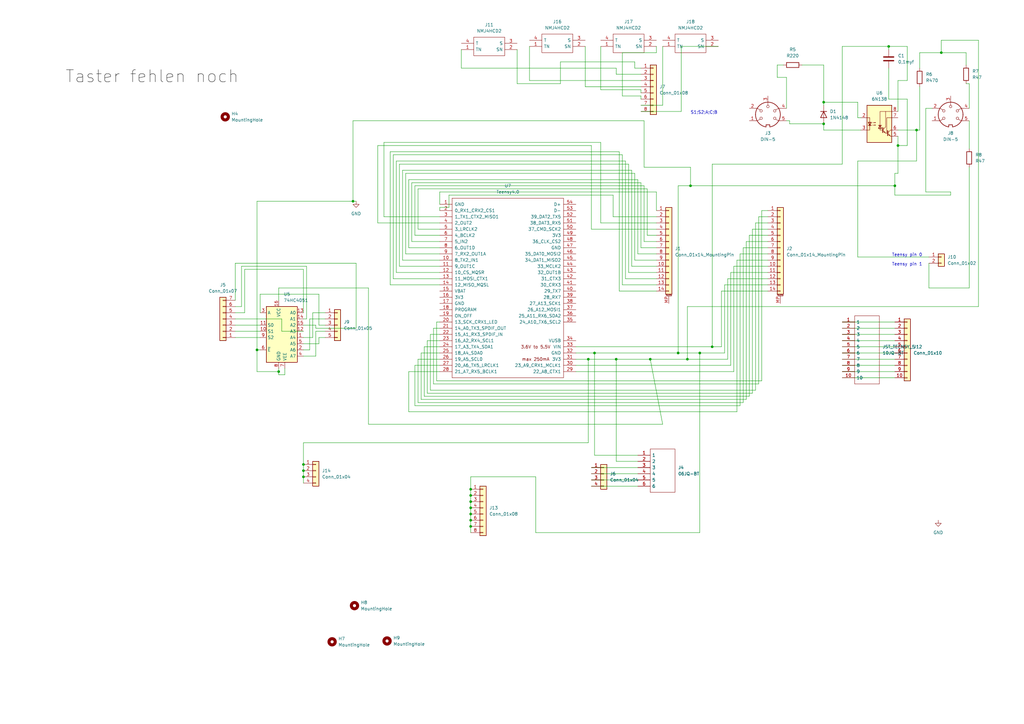
<source format=kicad_sch>
(kicad_sch (version 20211123) (generator eeschema)
  (paper "A3")
  (lib_symbols
    (symbol "06JQ-BT:06JQ-BT" (pin_names (offset 0.762))
      (property "Reference" "J" (at 16.51 7.62 0))
      (property "Value" "06JQ-BT" (at 16.51 5.08 0))
      (symbol "06JQ-BT_0_0"
        (pin passive line (at 0 0 0) (length 5.08) (name "1") (number "1"))
        (pin passive line (at 0 -2.54 0) (length 5.08) (name "2") (number "2"))
        (pin passive line (at 0 -5.08 0) (length 5.08) (name "3") (number "3"))
        (pin passive line (at 0 -7.62 0) (length 5.08) (name "4") (number "4"))
        (pin passive line (at 0 -10.16 0) (length 5.08) (name "5") (number "5"))
        (pin passive line (at 0 -12.7 0) (length 5.08) (name "6") (number "6"))
      )
    )
    (symbol "10JQ-BT:10JQ-BT" (pin_names (offset 0.762))
      (property "Reference" "J" (at 16.51 7.62 0))
      (property "Value" "10JQ-BT" (at 16.51 5.08 0))
      (symbol "10JQ-BT_0_0"
        (pin passive line (at 0 0 0) (length 5.08) (name "1") (number "1"))
        (pin passive line (at 0 -22.86 0) (length 5.08) (name "10") (number "10"))
        (pin passive line (at 0 -2.54 0) (length 5.08) (name "2") (number "2"))
        (pin passive line (at 0 -5.08 0) (length 5.08) (name "3") (number "3"))
        (pin passive line (at 0 -7.62 0) (length 5.08) (name "4") (number "4"))
        (pin passive line (at 0 -10.16 0) (length 5.08) (name "5") (number "5"))
        (pin passive line (at 0 -12.7 0) (length 5.08) (name "6") (number "6"))
        (pin passive line (at 0 -15.24 0) (length 5.08) (name "7") (number "7"))
        (pin passive line (at 0 -17.78 0) (length 5.08) (name "8") (number "8"))
        (pin passive line (at 0 -20.32 0) (length 5.08) (name "9") (number "9"))
      )
    )
    (symbol "74xx:74HC4051"
      (property "Reference" "U" (at -5.08 11.43 0))
      (property "Value" "74HC4051" (at -7.62 -13.97 0))
      (symbol "74HC4051_1_1"
        (pin passive line (at 10.16 -2.54 180) (length 2.54) (name "A4") (number "1"))
        (pin input line (at -7.62 0 0) (length 2.54) (name "S1") (number "10"))
        (pin input line (at -7.62 2.54 0) (length 2.54) (name "S0") (number "11"))
        (pin passive line (at 10.16 0 180) (length 2.54) (name "A3") (number "12"))
        (pin passive line (at 10.16 7.62 180) (length 2.54) (name "A0") (number "13"))
        (pin passive line (at 10.16 5.08 180) (length 2.54) (name "A1") (number "14"))
        (pin passive line (at 10.16 2.54 180) (length 2.54) (name "A2") (number "15"))
        (pin power_in line (at 0 12.7 270) (length 2.54) (name "VCC") (number "16"))
        (pin passive line (at 10.16 -7.62 180) (length 2.54) (name "A6") (number "2"))
        (pin passive line (at -7.62 7.62 0) (length 2.54) (name "A") (number "3"))
        (pin passive line (at 10.16 -10.16 180) (length 2.54) (name "A7") (number "4"))
        (pin passive line (at 10.16 -5.08 180) (length 2.54) (name "A5") (number "5"))
        (pin input line (at -7.62 -7.62 0) (length 2.54) (name "~{E}") (number "6"))
        (pin power_in line (at 2.54 -15.24 90) (length 2.54) (name "VEE") (number "7"))
        (pin power_in line (at 0 -15.24 90) (length 2.54) (name "GND") (number "8"))
        (pin input line (at -7.62 -2.54 0) (length 2.54) (name "S2") (number "9"))
      )
    )
    (symbol "Connector:DIN-5" (pin_names (offset 1.016))
      (property "Reference" "J" (at 3.175 5.715 0))
      (property "Value" "DIN-5" (at 0 -6.35 0))
      (symbol "DIN-5_1_1"
        (pin passive line (at -7.62 -2.54 0) (length 2.54) (name "~") (number "1"))
        (pin passive line (at -7.62 2.54 0) (length 2.54) (name "~") (number "2"))
        (pin passive line (at 0 7.62 270) (length 2.54) (name "~") (number "3"))
        (pin passive line (at 7.62 2.54 180) (length 2.54) (name "~") (number "4"))
        (pin passive line (at 7.62 -2.54 180) (length 2.54) (name "~") (number "5"))
      )
    )
    (symbol "Connector_Generic:Conn_01x02" (pin_names (offset 1.016) hide)
      (property "Reference" "J" (at 0 2.54 0))
      (property "Value" "Conn_01x02" (at 0 -5.08 0))
      (symbol "Conn_01x02_1_1"
        (pin passive line (at -5.08 0 0) (length 3.81) (name "Pin_1") (number "1"))
        (pin passive line (at -5.08 -2.54 0) (length 3.81) (name "Pin_2") (number "2"))
      )
    )
    (symbol "Connector_Generic:Conn_01x04" (pin_names (offset 1.016) hide)
      (property "Reference" "J" (at 0 5.08 0))
      (property "Value" "Conn_01x04" (at 0 -7.62 0))
      (symbol "Conn_01x04_1_1"
        (pin passive line (at -5.08 2.54 0) (length 3.81) (name "Pin_1") (number "1"))
        (pin passive line (at -5.08 0 0) (length 3.81) (name "Pin_2") (number "2"))
        (pin passive line (at -5.08 -2.54 0) (length 3.81) (name "Pin_3") (number "3"))
        (pin passive line (at -5.08 -5.08 0) (length 3.81) (name "Pin_4") (number "4"))
      )
    )
    (symbol "Connector_Generic:Conn_01x05" (pin_names (offset 1.016) hide)
      (property "Reference" "J" (at 0 7.62 0))
      (property "Value" "Conn_01x05" (at 0 -7.62 0))
      (symbol "Conn_01x05_1_1"
        (pin passive line (at -5.08 5.08 0) (length 3.81) (name "Pin_1") (number "1"))
        (pin passive line (at -5.08 2.54 0) (length 3.81) (name "Pin_2") (number "2"))
        (pin passive line (at -5.08 0 0) (length 3.81) (name "Pin_3") (number "3"))
        (pin passive line (at -5.08 -2.54 0) (length 3.81) (name "Pin_4") (number "4"))
        (pin passive line (at -5.08 -5.08 0) (length 3.81) (name "Pin_5") (number "5"))
      )
    )
    (symbol "Connector_Generic:Conn_01x07" (pin_names (offset 1.016) hide)
      (property "Reference" "J" (at 0 10.16 0))
      (property "Value" "Conn_01x07" (at 0 -10.16 0))
      (symbol "Conn_01x07_1_1"
        (pin passive line (at -5.08 7.62 0) (length 3.81) (name "Pin_1") (number "1"))
        (pin passive line (at -5.08 5.08 0) (length 3.81) (name "Pin_2") (number "2"))
        (pin passive line (at -5.08 2.54 0) (length 3.81) (name "Pin_3") (number "3"))
        (pin passive line (at -5.08 0 0) (length 3.81) (name "Pin_4") (number "4"))
        (pin passive line (at -5.08 -2.54 0) (length 3.81) (name "Pin_5") (number "5"))
        (pin passive line (at -5.08 -5.08 0) (length 3.81) (name "Pin_6") (number "6"))
        (pin passive line (at -5.08 -7.62 0) (length 3.81) (name "Pin_7") (number "7"))
      )
    )
    (symbol "Connector_Generic:Conn_01x08" (pin_names (offset 1.016) hide)
      (property "Reference" "J" (at 0 10.16 0))
      (property "Value" "Conn_01x08" (at 0 -12.7 0))
      (symbol "Conn_01x08_1_1"
        (pin passive line (at -5.08 7.62 0) (length 3.81) (name "Pin_1") (number "1"))
        (pin passive line (at -5.08 5.08 0) (length 3.81) (name "Pin_2") (number "2"))
        (pin passive line (at -5.08 2.54 0) (length 3.81) (name "Pin_3") (number "3"))
        (pin passive line (at -5.08 0 0) (length 3.81) (name "Pin_4") (number "4"))
        (pin passive line (at -5.08 -2.54 0) (length 3.81) (name "Pin_5") (number "5"))
        (pin passive line (at -5.08 -5.08 0) (length 3.81) (name "Pin_6") (number "6"))
        (pin passive line (at -5.08 -7.62 0) (length 3.81) (name "Pin_7") (number "7"))
        (pin passive line (at -5.08 -10.16 0) (length 3.81) (name "Pin_8") (number "8"))
      )
    )
    (symbol "Connector_Generic:Conn_01x10" (pin_names (offset 1.016) hide)
      (property "Reference" "J" (at 0 12.7 0))
      (property "Value" "Conn_01x10" (at 0 -15.24 0))
      (symbol "Conn_01x10_1_1"
        (pin passive line (at -5.08 10.16 0) (length 3.81) (name "Pin_1") (number "1"))
        (pin passive line (at -5.08 -12.7 0) (length 3.81) (name "Pin_10") (number "10"))
        (pin passive line (at -5.08 7.62 0) (length 3.81) (name "Pin_2") (number "2"))
        (pin passive line (at -5.08 5.08 0) (length 3.81) (name "Pin_3") (number "3"))
        (pin passive line (at -5.08 2.54 0) (length 3.81) (name "Pin_4") (number "4"))
        (pin passive line (at -5.08 0 0) (length 3.81) (name "Pin_5") (number "5"))
        (pin passive line (at -5.08 -2.54 0) (length 3.81) (name "Pin_6") (number "6"))
        (pin passive line (at -5.08 -5.08 0) (length 3.81) (name "Pin_7") (number "7"))
        (pin passive line (at -5.08 -7.62 0) (length 3.81) (name "Pin_8") (number "8"))
        (pin passive line (at -5.08 -10.16 0) (length 3.81) (name "Pin_9") (number "9"))
      )
    )
    (symbol "Connector_Generic_MountingPin:Conn_01x14_MountingPin" (pin_names (offset 1.016) hide)
      (property "Reference" "J" (at 0 17.78 0))
      (property "Value" "Conn_01x14_MountingPin" (at 1.27 -20.32 0))
      (symbol "Conn_01x14_MountingPin_1_1"
        (text "Mounting" (at 0 -19.431 0) (effects (font (size 0.381 0.381))))
        (pin passive line (at -5.08 15.24 0) (length 3.81) (name "Pin_1") (number "1"))
        (pin passive line (at -5.08 -7.62 0) (length 3.81) (name "Pin_10") (number "10"))
        (pin passive line (at -5.08 -10.16 0) (length 3.81) (name "Pin_11") (number "11"))
        (pin passive line (at -5.08 -12.7 0) (length 3.81) (name "Pin_12") (number "12"))
        (pin passive line (at -5.08 -15.24 0) (length 3.81) (name "Pin_13") (number "13"))
        (pin passive line (at -5.08 -17.78 0) (length 3.81) (name "Pin_14") (number "14"))
        (pin passive line (at -5.08 12.7 0) (length 3.81) (name "Pin_2") (number "2"))
        (pin passive line (at -5.08 10.16 0) (length 3.81) (name "Pin_3") (number "3"))
        (pin passive line (at -5.08 7.62 0) (length 3.81) (name "Pin_4") (number "4"))
        (pin passive line (at -5.08 5.08 0) (length 3.81) (name "Pin_5") (number "5"))
        (pin passive line (at -5.08 2.54 0) (length 3.81) (name "Pin_6") (number "6"))
        (pin passive line (at -5.08 0 0) (length 3.81) (name "Pin_7") (number "7"))
        (pin passive line (at -5.08 -2.54 0) (length 3.81) (name "Pin_8") (number "8"))
        (pin passive line (at -5.08 -5.08 0) (length 3.81) (name "Pin_9") (number "9"))
        (pin passive line (at 0 -22.86 90) (length 3.048) (name "MountPin") (number "MP"))
      )
    )
    (symbol "Device:C" (pin_numbers hide) (pin_names (offset 0.254))
      (property "Reference" "C" (at 0.635 2.54 0))
      (property "Value" "C" (at 0.635 -2.54 0))
      (symbol "C_1_1"
        (pin passive line (at 0 3.81 270) (length 2.794) (name "~") (number "1"))
        (pin passive line (at 0 -3.81 90) (length 2.794) (name "~") (number "2"))
      )
    )
    (symbol "Device:R" (pin_numbers hide) (pin_names (offset 0))
      (property "Reference" "R" (at 2.032 0 90))
      (property "Value" "R" (at 0 0 90))
      (symbol "R_1_1"
        (pin passive line (at 0 3.81 270) (length 1.27) (name "~") (number "1"))
        (pin passive line (at 0 -3.81 90) (length 1.27) (name "~") (number "2"))
      )
    )
    (symbol "Diode:1N4148" (pin_numbers hide) (pin_names (offset 1.016) hide)
      (property "Reference" "D" (at 0 2.54 0))
      (property "Value" "1N4148" (at 0 -2.54 0))
      (symbol "1N4148_1_1"
        (pin passive line (at -3.81 0 0) (length 2.54) (name "K") (number "1"))
        (pin passive line (at 3.81 0 180) (length 2.54) (name "A") (number "2"))
      )
    )
    (symbol "Isolator:6N138" (pin_names (offset 1.016) hide)
      (property "Reference" "U" (at -4.064 8.89 0))
      (property "Value" "6N138" (at 2.286 8.89 0))
      (symbol "6N138_1_1"
        (pin no_connect line (at -5.08 5.08 0) (length 2.54) hide (name "NC") (number "1"))
        (pin passive line (at -7.62 2.54 0) (length 2.54) (name "C1") (number "2"))
        (pin passive line (at -7.62 -2.54 0) (length 2.54) (name "C2") (number "3"))
        (pin no_connect line (at -5.08 -5.08 0) (length 2.54) hide (name "NC") (number "4"))
        (pin passive line (at 7.62 -5.08 180) (length 2.54) (name "GND") (number "5"))
        (pin passive line (at 7.62 -2.54 180) (length 2.54) (name "VO2") (number "6"))
        (pin passive line (at 7.62 2.54 180) (length 2.54) (name "VO1") (number "7"))
        (pin passive line (at 7.62 5.08 180) (length 2.54) (name "VCC") (number "8"))
      )
    )
    (symbol "Mechanical:MountingHole" (pin_names (offset 1.016))
      (property "Reference" "H" (at 0 5.08 0))
      (property "Value" "MountingHole" (at 0 3.175 0))
    )
    (symbol "SamacSys_Parts:NMJ4HCD2" (pin_names (offset 0.762))
      (property "Reference" "J" (at 19.05 7.62 0))
      (property "Value" "NMJ4HCD2" (at 19.05 5.08 0))
      (symbol "NMJ4HCD2_0_0"
        (pin passive line (at 0 -2.54 0) (length 5.08) (name "TN") (number "1"))
        (pin passive line (at 22.86 -2.54 180) (length 5.08) (name "SN") (number "2"))
        (pin passive line (at 22.86 0 180) (length 5.08) (name "S") (number "3"))
        (pin passive line (at 0 0 0) (length 5.08) (name "T") (number "4"))
      )
    )
    (symbol "power:GND" (power) (pin_names (offset 0))
      (property "Value" "GND" (at 0 -3.81 0))
      (symbol "GND_1_1"
        (pin power_in line (at 0 0 270) (length 0) hide (name "GND") (number "1"))
      )
    )
    (symbol "teensy:Teensy4.0" (pin_names (offset 1.016))
      (property "Reference" "U=3.3v" (at 0 41.91 0))
      (property "Value" "Teensy4.0" (at 0 39.37 0))
      (symbol "Teensy4.0_0_0"
        (text "3.6V to 5.5V" (at 11.43 -24.13 0) (effects (font (size 1.27 1.27))))
        (text "max 250mA" (at 11.43 -29.21 0) (effects (font (size 1.27 1.27))))
        (pin bidirectional line (at -27.94 11.43 0) (length 5.08) (name "8_TX2_IN1") (number "10"))
        (pin bidirectional line (at -27.94 8.89 0) (length 5.08) (name "9_OUT1C") (number "11"))
        (pin bidirectional line (at -27.94 6.35 0) (length 5.08) (name "10_CS_MQSR") (number "12"))
        (pin bidirectional line (at -27.94 3.81 0) (length 5.08) (name "11_MOSI_CTX1") (number "13"))
        (pin bidirectional line (at -27.94 1.27 0) (length 5.08) (name "12_MISO_MQSL") (number "14"))
        (pin power_in line (at -27.94 -1.27 0) (length 5.08) (name "VBAT") (number "15"))
        (pin power_in line (at -27.94 -3.81 0) (length 5.08) (name "3V3") (number "16"))
        (pin power_in line (at -27.94 -6.35 0) (length 5.08) (name "GND") (number "17"))
        (pin input line (at -27.94 -8.89 0) (length 5.08) (name "PROGRAM") (number "18"))
        (pin input line (at -27.94 -11.43 0) (length 5.08) (name "ON_OFF") (number "19"))
        (pin bidirectional line (at -27.94 -13.97 0) (length 5.08) (name "13_SCK_CRX1_LED") (number "20"))
        (pin bidirectional line (at -27.94 -16.51 0) (length 5.08) (name "14_A0_TX3_SPDIF_OUT") (number "21"))
        (pin bidirectional line (at -27.94 -19.05 0) (length 5.08) (name "15_A1_RX3_SPDIF_IN") (number "22"))
        (pin bidirectional line (at -27.94 -21.59 0) (length 5.08) (name "16_A2_RX4_SCL1") (number "23"))
        (pin bidirectional line (at -27.94 -24.13 0) (length 5.08) (name "17_A3_TX4_SDA1") (number "24"))
        (pin bidirectional line (at -27.94 -26.67 0) (length 5.08) (name "18_A4_SDA0") (number "25"))
        (pin bidirectional line (at -27.94 -29.21 0) (length 5.08) (name "19_A5_SCL0") (number "26"))
        (pin bidirectional line (at -27.94 -31.75 0) (length 5.08) (name "20_A6_TX5_LRCLK1") (number "27"))
        (pin bidirectional line (at -27.94 -34.29 0) (length 5.08) (name "21_A7_RX5_BCLK1") (number "28"))
        (pin bidirectional line (at 27.94 -34.29 180) (length 5.08) (name "22_A8_CTX1") (number "29"))
        (pin bidirectional line (at 27.94 -31.75 180) (length 5.08) (name "23_A9_CRX1_MCLK1") (number "30"))
        (pin power_out line (at 27.94 -29.21 180) (length 5.08) (name "3V3") (number "31"))
        (pin power_in line (at 27.94 -26.67 180) (length 5.08) (name "GND") (number "32"))
        (pin power_in line (at 27.94 -24.13 180) (length 5.08) (name "VIN") (number "33"))
        (pin power_out line (at 27.94 -21.59 180) (length 5.08) (name "VUSB") (number "34"))
        (pin bidirectional line (at 27.94 -13.97 180) (length 5.08) (name "24_A10_TX6_SCL2") (number "35"))
        (pin bidirectional line (at 27.94 -11.43 180) (length 5.08) (name "25_A11_RX6_SDA2") (number "36"))
        (pin bidirectional line (at 27.94 -8.89 180) (length 5.08) (name "26_A12_MOSI1") (number "37"))
        (pin bidirectional line (at 27.94 -6.35 180) (length 5.08) (name "27_A13_SCK1") (number "38"))
        (pin bidirectional line (at 27.94 -3.81 180) (length 5.08) (name "28_RX7") (number "39"))
        (pin bidirectional line (at 27.94 -1.27 180) (length 5.08) (name "29_TX7") (number "40"))
        (pin bidirectional line (at 27.94 1.27 180) (length 5.08) (name "30_CRX3") (number "41"))
        (pin bidirectional line (at 27.94 3.81 180) (length 5.08) (name "31_CTX3") (number "42"))
        (pin bidirectional line (at 27.94 6.35 180) (length 5.08) (name "32_OUT1B") (number "43"))
        (pin bidirectional line (at 27.94 8.89 180) (length 5.08) (name "33_MCLK2") (number "44"))
        (pin bidirectional line (at 27.94 11.43 180) (length 5.08) (name "34_DAT1_MISO2") (number "45"))
        (pin bidirectional line (at 27.94 13.97 180) (length 5.08) (name "35_DAT0_MOSI2") (number "46"))
        (pin power_out line (at 27.94 16.51 180) (length 5.08) (name "GND") (number "47"))
        (pin bidirectional line (at 27.94 19.05 180) (length 5.08) (name "36_CLK_CS2") (number "48"))
        (pin power_out line (at 27.94 21.59 180) (length 5.08) (name "3V3") (number "49"))
        (pin bidirectional line (at -27.94 24.13 0) (length 5.08) (name "3_LRCLK2") (number "5"))
        (pin bidirectional line (at 27.94 24.13 180) (length 5.08) (name "37_CMD_SCK2") (number "50"))
        (pin bidirectional line (at 27.94 26.67 180) (length 5.08) (name "38_DAT3_RX5") (number "51"))
        (pin bidirectional line (at 27.94 29.21 180) (length 5.08) (name "39_DAT2_TX5") (number "52"))
        (pin bidirectional line (at 27.94 31.75 180) (length 5.08) (name "D-") (number "53"))
        (pin bidirectional line (at 27.94 34.29 180) (length 5.08) (name "D+") (number "54"))
        (pin bidirectional line (at -27.94 21.59 0) (length 5.08) (name "4_BCLK2") (number "6"))
        (pin bidirectional line (at -27.94 19.05 0) (length 5.08) (name "5_IN2") (number "7"))
        (pin bidirectional line (at -27.94 16.51 0) (length 5.08) (name "6_OUT1D") (number "8"))
        (pin bidirectional line (at -27.94 13.97 0) (length 5.08) (name "7_RX2_OUT1A") (number "9"))
      )
      (symbol "Teensy4.0_1_1"
        (pin power_in line (at -27.94 34.29 0) (length 5.08) (name "GND") (number "1"))
        (pin bidirectional line (at -27.94 31.75 0) (length 5.08) (name "0_RX1_CRX2_CS1") (number "2"))
        (pin bidirectional line (at -27.94 29.21 0) (length 5.08) (name "1_TX1_CTX2_MISO1") (number "3"))
        (pin bidirectional line (at -27.94 26.67 0) (length 5.08) (name "2_OUT2") (number "4"))
      )
    )
  )
  (junction (at 287.02 144.78))
  (junction (at 281.94 147.32))
  (junction (at 337.82 50.8))
  (junction (at 367.03 76.2))
  (junction (at 124.46 193.04))
  (junction (at 193.04 203.2))
  (junction (at 105.41 143.51))
  (junction (at 252.73 147.32))
  (junction (at 266.7 147.32))
  (junction (at 124.46 190.5))
  (junction (at 364.49 19.05))
  (junction (at 337.82 41.91))
  (junction (at 114.3 152.4))
  (junction (at 193.04 208.28))
  (junction (at 278.13 144.78))
  (junction (at 144.78 82.55))
  (junction (at 241.3 147.32))
  (junction (at 368.3 59.69))
  (junction (at 193.04 200.66))
  (junction (at 283.21 76.2))
  (junction (at 193.04 213.36))
  (junction (at 292.1 142.24))
  (junction (at 193.04 210.82))
  (junction (at 243.84 144.78))
  (junction (at 193.04 205.74))
  (junction (at 375.92 53.34))
  (junction (at 124.46 195.58))
  (junction (at 386.08 21.59))
  (junction (at 193.04 215.9))
  (wire (pts (xy 279.4 19.05) (xy 279.4 45.72)))
  (wire (pts (xy 345.44 67.31) (xy 292.1 67.31)))
  (wire (pts (xy 314.96 91.44) (xy 309.88 91.44)))
  (wire (pts (xy 345.44 137.16) (xy 367.03 137.16)))
  (wire (pts (xy 401.32 16.51) (xy 401.32 125.73)))
  (wire (pts (xy 180.34 139.7) (xy 175.26 139.7)))
  (wire (pts (xy 314.96 114.3) (xy 298.45 114.3)))
  (wire (pts (xy 193.04 195.58) (xy 219.71 195.58)))
  (wire (pts (xy 124.46 140.97) (xy 130.81 140.97)))
  (wire (pts (xy 309.88 160.02) (xy 176.53 160.02)))
  (wire (pts (xy 114.3 123.19) (xy 114.3 118.11)))
  (wire (pts (xy 269.24 119.38) (xy 254 119.38)))
  (wire (pts (xy 144.78 82.55) (xy 146.05 82.55)))
  (wire (pts (xy 96.52 130.81) (xy 115.57 130.81)))
  (wire (pts (xy 130.81 138.43) (xy 133.35 138.43)))
  (wire (pts (xy 318.77 26.67) (xy 321.31 26.67)))
  (wire (pts (xy 265.43 77.47) (xy 171.45 77.47)))
  (wire (pts (xy 129.54 133.35) (xy 124.46 133.35)))
  (wire (pts (xy 189.23 20.32) (xy 189.23 27.94)))
  (wire (pts (xy 314.96 111.76) (xy 299.72 111.76)))
  (wire (pts (xy 345.44 149.86) (xy 367.03 149.86)))
  (wire (pts (xy 271.78 173.99) (xy 266.7 147.32)))
  (wire (pts (xy 279.4 45.72) (xy 262.89 45.72)))
  (wire (pts (xy 314.96 88.9) (xy 311.15 88.9)))
  (wire (pts (xy 375.92 53.34) (xy 377.19 53.34)))
  (wire (pts (xy 351.79 105.41) (xy 381 105.41)))
  (wire (pts (xy 114.3 152.4) (xy 114.3 153.67)))
  (wire (pts (xy 180.34 104.14) (xy 166.37 104.14)))
  (wire (pts (xy 193.04 210.82) (xy 193.04 213.36)))
  (wire (pts (xy 171.45 147.32) (xy 180.34 147.32)))
  (wire (pts (xy 193.04 215.9) (xy 193.04 218.44)))
  (wire (pts (xy 114.3 151.13) (xy 114.3 152.4)))
  (wire (pts (xy 269.24 116.84) (xy 255.27 116.84)))
  (wire (pts (xy 180.34 99.06) (xy 168.91 99.06)))
  (wire (pts (xy 130.81 120.65) (xy 130.81 133.35)))
  (wire (pts (xy 264.16 68.58) (xy 283.21 68.58)))
  (wire (pts (xy 323.85 50.8) (xy 323.85 49.53)))
  (wire (pts (xy 96.52 135.89) (xy 106.68 135.89)))
  (wire (pts (xy 364.49 20.32) (xy 364.49 19.05)))
  (wire (pts (xy 105.41 152.4) (xy 114.3 152.4)))
  (wire (pts (xy 124.46 146.05) (xy 129.54 146.05)))
  (wire (pts (xy 124.46 181.61) (xy 124.46 190.5)))
  (wire (pts (xy 96.52 138.43) (xy 106.68 138.43)))
  (wire (pts (xy 283.21 68.58) (xy 283.21 76.2)))
  (wire (pts (xy 177.8 157.48) (xy 177.8 134.62)))
  (wire (pts (xy 379.73 44.45) (xy 379.73 78.74)))
  (wire (pts (xy 278.13 144.78) (xy 287.02 144.78)))
  (wire (pts (xy 175.26 139.7) (xy 175.26 161.29)))
  (wire (pts (xy 368.3 59.69) (xy 368.3 71.12)))
  (wire (pts (xy 255.27 63.5) (xy 255.27 116.84)))
  (wire (pts (xy 367.03 76.2) (xy 367.03 80.01)))
  (wire (pts (xy 281.94 147.32) (xy 298.45 147.32)))
  (wire (pts (xy 364.49 19.05) (xy 372.11 19.05)))
  (wire (pts (xy 246.38 58.42) (xy 157.48 58.42)))
  (wire (pts (xy 246.38 19.05) (xy 246.38 36.83)))
  (wire (pts (xy 312.42 86.36) (xy 312.42 156.21)))
  (wire (pts (xy 180.34 144.78) (xy 172.72 144.78)))
  (wire (pts (xy 292.1 142.24) (xy 295.91 142.24)))
  (wire (pts (xy 345.44 139.7) (xy 367.03 139.7)))
  (wire (pts (xy 308.61 93.98) (xy 314.96 93.98)))
  (wire (pts (xy 240.03 35.56) (xy 262.89 35.56)))
  (wire (pts (xy 345.44 19.05) (xy 345.44 67.31)))
  (wire (pts (xy 252.73 27.94) (xy 252.73 30.48)))
  (wire (pts (xy 367.03 71.12) (xy 367.03 76.2)))
  (wire (pts (xy 260.35 27.94) (xy 260.35 25.4)))
  (wire (pts (xy 160.02 62.23) (xy 160.02 116.84)))
  (wire (pts (xy 165.1 106.68) (xy 180.34 106.68)))
  (wire (pts (xy 242.57 59.69) (xy 154.94 59.69)))
  (wire (pts (xy 127 130.81) (xy 133.35 130.81)))
  (wire (pts (xy 262.89 36.83) (xy 262.89 38.1)))
  (wire (pts (xy 297.18 116.84) (xy 297.18 144.78)))
  (wire (pts (xy 129.54 135.89) (xy 133.35 135.89)))
  (wire (pts (xy 99.06 109.22) (xy 99.06 125.73)))
  (wire (pts (xy 265.43 96.52) (xy 265.43 77.47)))
  (wire (pts (xy 124.46 135.89) (xy 115.57 135.89)))
  (wire (pts (xy 242.57 194.31) (xy 261.62 194.31)))
  (wire (pts (xy 401.32 125.73) (xy 281.94 125.73)))
  (wire (pts (xy 243.84 144.78) (xy 278.13 144.78)))
  (wire (pts (xy 299.72 111.76) (xy 299.72 149.86)))
  (wire (pts (xy 309.88 91.44) (xy 309.88 160.02)))
  (wire (pts (xy 114.3 118.11) (xy 151.13 118.11)))
  (wire (pts (xy 124.46 138.43) (xy 128.27 138.43)))
  (wire (pts (xy 252.73 30.48) (xy 262.89 30.48)))
  (wire (pts (xy 266.7 147.32) (xy 281.94 147.32)))
  (wire (pts (xy 377.19 21.59) (xy 386.08 21.59)))
  (wire (pts (xy 261.62 73.66) (xy 167.64 73.66)))
  (wire (pts (xy 193.04 200.66) (xy 193.04 203.2)))
  (wire (pts (xy 173.99 142.24) (xy 180.34 142.24)))
  (wire (pts (xy 306.07 99.06) (xy 314.96 99.06)))
  (wire (pts (xy 259.08 69.85) (xy 165.1 69.85)))
  (wire (pts (xy 269.24 78.74) (xy 180.34 78.74)))
  (wire (pts (xy 318.77 31.75) (xy 318.77 26.67)))
  (wire (pts (xy 219.71 218.44) (xy 287.02 218.44)))
  (wire (pts (xy 179.07 132.08) (xy 180.34 132.08)))
  (wire (pts (xy 368.3 71.12) (xy 367.03 71.12)))
  (wire (pts (xy 345.44 142.24) (xy 367.03 142.24)))
  (wire (pts (xy 124.46 190.5) (xy 124.46 193.04)))
  (wire (pts (xy 314.96 96.52) (xy 307.34 96.52)))
  (wire (pts (xy 259.08 109.22) (xy 259.08 69.85)))
  (wire (pts (xy 261.62 189.23) (xy 252.73 189.23)))
  (wire (pts (xy 269.24 111.76) (xy 257.81 111.76)))
  (wire (pts (xy 314.96 109.22) (xy 300.99 109.22)))
  (wire (pts (xy 167.64 101.6) (xy 180.34 101.6)))
  (wire (pts (xy 166.37 104.14) (xy 166.37 71.12)))
  (wire (pts (xy 397.51 118.11) (xy 381 118.11)))
  (wire (pts (xy 129.54 135.89) (xy 129.54 146.05)))
  (wire (pts (xy 397.51 44.45) (xy 397.51 34.29)))
  (wire (pts (xy 255.27 63.5) (xy 161.29 63.5)))
  (wire (pts (xy 314.96 101.6) (xy 304.8 101.6)))
  (wire (pts (xy 236.22 142.24) (xy 292.1 142.24)))
  (wire (pts (xy 184.15 80.01) (xy 251.46 80.01)))
  (wire (pts (xy 256.54 114.3) (xy 256.54 66.04)))
  (wire (pts (xy 262.89 39.37) (xy 262.89 40.64)))
  (wire (pts (xy 303.53 166.37) (xy 303.53 104.14)))
  (wire (pts (xy 144.78 82.55) (xy 144.78 49.53)))
  (wire (pts (xy 162.56 66.04) (xy 162.56 111.76)))
  (wire (pts (xy 125.73 109.22) (xy 99.06 109.22)))
  (wire (pts (xy 307.34 96.52) (xy 307.34 162.56)))
  (wire (pts (xy 382.27 44.45) (xy 379.73 44.45)))
  (wire (pts (xy 254 119.38) (xy 254 62.23)))
  (wire (pts (xy 128.27 128.27) (xy 133.35 128.27)))
  (wire (pts (xy 264.16 76.2) (xy 170.18 76.2)))
  (wire (pts (xy 105.41 82.55) (xy 105.41 143.51)))
  (wire (pts (xy 386.08 21.59) (xy 396.24 21.59)))
  (wire (pts (xy 242.57 199.39) (xy 261.62 199.39)))
  (wire (pts (xy 127 130.81) (xy 127 143.51)))
  (wire (pts (xy 269.24 19.05) (xy 269.24 21.59)))
  (wire (pts (xy 269.24 21.59) (xy 255.27 21.59)))
  (wire (pts (xy 229.87 25.4) (xy 229.87 34.29)))
  (wire (pts (xy 252.73 147.32) (xy 266.7 147.32)))
  (wire (pts (xy 106.68 120.65) (xy 130.81 120.65)))
  (wire (pts (xy 287.02 218.44) (xy 287.02 144.78)))
  (wire (pts (xy 337.82 43.18) (xy 337.82 41.91)))
  (wire (pts (xy 298.45 114.3) (xy 298.45 147.32)))
  (wire (pts (xy 302.26 168.91) (xy 167.64 168.91)))
  (wire (pts (xy 124.46 193.04) (xy 124.46 195.58)))
  (wire (pts (xy 345.44 152.4) (xy 367.03 152.4)))
  (wire (pts (xy 105.41 82.55) (xy 144.78 82.55)))
  (wire (pts (xy 96.52 123.19) (xy 96.52 107.95)))
  (wire (pts (xy 180.34 85.09) (xy 184.15 85.09)))
  (wire (pts (xy 124.46 110.49) (xy 100.33 110.49)))
  (wire (pts (xy 154.94 91.44) (xy 180.34 91.44)))
  (wire (pts (xy 260.35 25.4) (xy 229.87 25.4)))
  (wire (pts (xy 353.06 48.26) (xy 351.79 48.26)))
  (wire (pts (xy 375.92 66.04) (xy 351.79 66.04)))
  (wire (pts (xy 260.35 106.68) (xy 269.24 106.68)))
  (wire (pts (xy 323.85 49.53) (xy 322.58 49.53)))
  (wire (pts (xy 96.52 133.35) (xy 106.68 133.35)))
  (wire (pts (xy 345.44 134.62) (xy 367.03 134.62)))
  (wire (pts (xy 193.04 195.58) (xy 193.04 200.66)))
  (wire (pts (xy 157.48 58.42) (xy 157.48 88.9)))
  (wire (pts (xy 162.56 111.76) (xy 180.34 111.76)))
  (wire (pts (xy 314.96 119.38) (xy 295.91 119.38)))
  (wire (pts (xy 372.11 59.69) (xy 368.3 59.69)))
  (wire (pts (xy 193.04 205.74) (xy 193.04 208.28)))
  (wire (pts (xy 262.89 101.6) (xy 262.89 74.93)))
  (wire (pts (xy 171.45 93.98) (xy 180.34 93.98)))
  (wire (pts (xy 264.16 49.53) (xy 264.16 68.58)))
  (wire (pts (xy 302.26 106.68) (xy 302.26 168.91)))
  (wire (pts (xy 116.84 151.13) (xy 116.84 153.67)))
  (wire (pts (xy 236.22 149.86) (xy 299.72 149.86)))
  (wire (pts (xy 269.24 114.3) (xy 256.54 114.3)))
  (wire (pts (xy 163.83 67.31) (xy 163.83 109.22)))
  (wire (pts (xy 368.3 45.72) (xy 368.3 33.02)))
  (wire (pts (xy 242.57 93.98) (xy 269.24 93.98)))
  (wire (pts (xy 242.57 93.98) (xy 242.57 59.69)))
  (wire (pts (xy 337.82 53.34) (xy 337.82 50.8)))
  (wire (pts (xy 386.08 21.59) (xy 386.08 16.51)))
  (wire (pts (xy 269.24 86.36) (xy 269.24 78.74)))
  (wire (pts (xy 177.8 134.62) (xy 180.34 134.62)))
  (wire (pts (xy 115.57 135.89) (xy 115.57 130.81)))
  (wire (pts (xy 236.22 152.4) (xy 300.99 152.4)))
  (wire (pts (xy 364.49 27.94) (xy 364.49 40.64)))
  (wire (pts (xy 345.44 154.94) (xy 367.03 154.94)))
  (wire (pts (xy 212.09 20.32) (xy 212.09 34.29)))
  (wire (pts (xy 257.81 111.76) (xy 257.81 67.31)))
  (wire (pts (xy 308.61 161.29) (xy 308.61 93.98)))
  (wire (pts (xy 337.82 50.8) (xy 323.85 50.8)))
  (wire (pts (xy 154.94 59.69) (xy 154.94 91.44)))
  (wire (pts (xy 269.24 109.22) (xy 259.08 109.22)))
  (wire (pts (xy 168.91 74.93) (xy 168.91 99.06)))
  (wire (pts (xy 372.11 33.02) (xy 372.11 19.05)))
  (wire (pts (xy 171.45 77.47) (xy 171.45 93.98)))
  (wire (pts (xy 151.13 173.99) (xy 151.13 118.11)))
  (wire (pts (xy 165.1 69.85) (xy 165.1 106.68)))
  (wire (pts (xy 269.24 99.06) (xy 264.16 99.06)))
  (wire (pts (xy 130.81 140.97) (xy 130.81 138.43)))
  (wire (pts (xy 252.73 147.32) (xy 252.73 189.23)))
  (wire (pts (xy 172.72 144.78) (xy 172.72 163.83)))
  (wire (pts (xy 303.53 104.14) (xy 314.96 104.14)))
  (wire (pts (xy 106.68 128.27) (xy 106.68 120.65)))
  (wire (pts (xy 166.37 71.12) (xy 260.35 71.12)))
  (wire (pts (xy 127 143.51) (xy 124.46 143.51)))
  (wire (pts (xy 287.02 144.78) (xy 297.18 144.78)))
  (wire (pts (xy 386.08 16.51) (xy 401.32 16.51)))
  (wire (pts (xy 184.15 85.09) (xy 184.15 80.01)))
  (wire (pts (xy 377.19 21.59) (xy 377.19 27.94)))
  (wire (pts (xy 381 118.11) (xy 381 107.95)))
  (wire (pts (xy 180.34 86.36) (xy 180.34 85.09)))
  (wire (pts (xy 322.58 44.45) (xy 322.58 31.75)))
  (wire (pts (xy 217.17 19.05) (xy 217.17 33.02)))
  (wire (pts (xy 271.78 43.18) (xy 262.89 43.18)))
  (wire (pts (xy 175.26 161.29) (xy 308.61 161.29)))
  (wire (pts (xy 379.73 78.74) (xy 389.89 78.74)))
  (wire (pts (xy 377.19 35.56) (xy 377.19 53.34)))
  (wire (pts (xy 176.53 160.02) (xy 176.53 137.16)))
  (wire (pts (xy 345.44 147.32) (xy 367.03 147.32)))
  (wire (pts (xy 255.27 21.59) (xy 255.27 39.37)))
  (wire (pts (xy 163.83 109.22) (xy 180.34 109.22)))
  (wire (pts (xy 219.71 195.58) (xy 219.71 218.44)))
  (wire (pts (xy 124.46 128.27) (xy 124.46 110.49)))
  (wire (pts (xy 304.8 165.1) (xy 171.45 165.1)))
  (wire (pts (xy 364.49 40.64) (xy 372.11 40.64)))
  (wire (pts (xy 396.24 26.67) (xy 396.24 21.59)))
  (wire (pts (xy 345.44 132.08) (xy 367.03 132.08)))
  (wire (pts (xy 397.51 68.58) (xy 397.51 118.11)))
  (wire (pts (xy 261.62 186.69) (xy 243.84 186.69)))
  (wire (pts (xy 171.45 165.1) (xy 171.45 147.32)))
  (wire (pts (xy 242.57 191.77) (xy 261.62 191.77)))
  (wire (pts (xy 337.82 26.67) (xy 328.93 26.67)))
  (wire (pts (xy 353.06 53.34) (xy 337.82 53.34)))
  (wire (pts (xy 283.21 76.2) (xy 367.03 76.2)))
  (wire (pts (xy 368.3 53.34) (xy 375.92 53.34)))
  (wire (pts (xy 173.99 162.56) (xy 173.99 142.24)))
  (wire (pts (xy 375.92 53.34) (xy 375.92 66.04)))
  (wire (pts (xy 240.03 19.05) (xy 240.03 35.56)))
  (wire (pts (xy 241.3 147.32) (xy 241.3 181.61)))
  (wire (pts (xy 397.51 49.53) (xy 397.51 60.96)))
  (wire (pts (xy 193.04 203.2) (xy 193.04 205.74)))
  (wire (pts (xy 125.73 130.81) (xy 125.73 109.22)))
  (wire (pts (xy 105.41 143.51) (xy 105.41 152.4)))
  (wire (pts (xy 311.15 157.48) (xy 177.8 157.48)))
  (wire (pts (xy 170.18 149.86) (xy 170.18 166.37)))
  (wire (pts (xy 256.54 66.04) (xy 162.56 66.04)))
  (wire (pts (xy 246.38 91.44) (xy 269.24 91.44)))
  (wire (pts (xy 251.46 88.9) (xy 269.24 88.9)))
  (wire (pts (xy 278.13 144.78) (xy 278.13 76.2)))
  (wire (pts (xy 345.44 144.78) (xy 367.03 144.78)))
  (wire (pts (xy 189.23 27.94) (xy 252.73 27.94)))
  (wire (pts (xy 314.96 86.36) (xy 312.42 86.36)))
  (wire (pts (xy 217.17 33.02) (xy 262.89 33.02)))
  (wire (pts (xy 314.96 106.68) (xy 302.26 106.68)))
  (wire (pts (xy 372.11 40.64) (xy 372.11 59.69)))
  (wire (pts (xy 170.18 76.2) (xy 170.18 96.52)))
  (wire (pts (xy 193.04 208.28) (xy 193.04 210.82)))
  (wire (pts (xy 172.72 163.83) (xy 306.07 163.83)))
  (wire (pts (xy 167.64 73.66) (xy 167.64 101.6)))
  (wire (pts (xy 176.53 137.16) (xy 180.34 137.16)))
  (wire (pts (xy 389.89 78.74) (xy 389.89 80.01)))
  (wire (pts (xy 322.58 31.75) (xy 318.77 31.75)))
  (wire (pts (xy 351.79 48.26) (xy 351.79 41.91)))
  (wire (pts (xy 314.96 116.84) (xy 297.18 116.84)))
  (wire (pts (xy 167.64 152.4) (xy 167.64 168.91)))
  (wire (pts (xy 236.22 144.78) (xy 243.84 144.78)))
  (wire (pts (xy 146.05 134.62) (xy 129.54 134.62)))
  (wire (pts (xy 251.46 80.01) (xy 251.46 88.9)))
  (wire (pts (xy 116.84 153.67) (xy 114.3 153.67)))
  (wire (pts (xy 180.34 149.86) (xy 170.18 149.86)))
  (wire (pts (xy 96.52 128.27) (xy 100.33 128.27)))
  (wire (pts (xy 161.29 63.5) (xy 161.29 114.3)))
  (wire (pts (xy 246.38 91.44) (xy 246.38 58.42)))
  (wire (pts (xy 124.46 130.81) (xy 125.73 130.81)))
  (wire (pts (xy 261.62 104.14) (xy 261.62 73.66)))
  (wire (pts (xy 161.29 114.3) (xy 180.34 114.3)))
  (wire (pts (xy 246.38 36.83) (xy 262.89 36.83)))
  (wire (pts (xy 160.02 116.84) (xy 180.34 116.84)))
  (wire (pts (xy 212.09 34.29) (xy 229.87 34.29)))
  (wire (pts (xy 295.91 119.38) (xy 295.91 142.24)))
  (wire (pts (xy 351.79 41.91) (xy 337.82 41.91)))
  (wire (pts (xy 307.34 162.56) (xy 173.99 162.56)))
  (wire (pts (xy 294.64 19.05) (xy 279.4 19.05)))
  (wire (pts (xy 271.78 19.05) (xy 271.78 43.18)))
  (wire (pts (xy 312.42 156.21) (xy 179.07 156.21)))
  (wire (pts (xy 144.78 49.53) (xy 264.16 49.53)))
  (wire (pts (xy 170.18 96.52) (xy 180.34 96.52)))
  (wire (pts (xy 128.27 138.43) (xy 128.27 128.27)))
  (wire (pts (xy 257.81 67.31) (xy 163.83 67.31)))
  (wire (pts (xy 170.18 166.37) (xy 303.53 166.37)))
  (wire (pts (xy 262.89 27.94) (xy 260.35 27.94)))
  (wire (pts (xy 241.3 147.32) (xy 252.73 147.32)))
  (wire (pts (xy 269.24 96.52) (xy 265.43 96.52)))
  (wire (pts (xy 151.13 173.99) (xy 271.78 173.99)))
  (wire (pts (xy 304.8 101.6) (xy 304.8 165.1)))
  (wire (pts (xy 243.84 186.69) (xy 243.84 144.78)))
  (wire (pts (xy 96.52 107.95) (xy 146.05 107.95)))
  (wire (pts (xy 292.1 67.31) (xy 292.1 142.24)))
  (wire (pts (xy 105.41 143.51) (xy 106.68 143.51)))
  (wire (pts (xy 236.22 147.32) (xy 241.3 147.32)))
  (wire (pts (xy 367.03 80.01) (xy 389.89 80.01)))
  (wire (pts (xy 278.13 76.2) (xy 283.21 76.2)))
  (wire (pts (xy 242.57 196.85) (xy 261.62 196.85)))
  (wire (pts (xy 264.16 99.06) (xy 264.16 76.2)))
  (wire (pts (xy 368.3 33.02) (xy 372.11 33.02)))
  (wire (pts (xy 146.05 107.95) (xy 146.05 134.62)))
  (wire (pts (xy 255.27 39.37) (xy 262.89 39.37)))
  (wire (pts (xy 254 62.23) (xy 160.02 62.23)))
  (wire (pts (xy 368.3 55.88) (xy 368.3 59.69)))
  (wire (pts (xy 345.44 19.05) (xy 364.49 19.05)))
  (wire (pts (xy 130.81 133.35) (xy 133.35 133.35)))
  (wire (pts (xy 337.82 41.91) (xy 337.82 26.67)))
  (wire (pts (xy 269.24 104.14) (xy 261.62 104.14)))
  (wire (pts (xy 167.64 152.4) (xy 180.34 152.4)))
  (wire (pts (xy 157.48 88.9) (xy 180.34 88.9)))
  (wire (pts (xy 300.99 109.22) (xy 300.99 152.4)))
  (wire (pts (xy 260.35 71.12) (xy 260.35 106.68)))
  (wire (pts (xy 262.89 74.93) (xy 168.91 74.93)))
  (wire (pts (xy 397.51 34.29) (xy 396.24 34.29)))
  (wire (pts (xy 193.04 213.36) (xy 193.04 215.9)))
  (wire (pts (xy 129.54 134.62) (xy 129.54 133.35)))
  (wire (pts (xy 306.07 163.83) (xy 306.07 99.06)))
  (wire (pts (xy 180.34 78.74) (xy 180.34 83.82)))
  (wire (pts (xy 351.79 66.04) (xy 351.79 105.41)))
  (wire (pts (xy 311.15 88.9) (xy 311.15 157.48)))
  (wire (pts (xy 99.06 125.73) (xy 96.52 125.73)))
  (wire (pts (xy 281.94 125.73) (xy 281.94 147.32)))
  (wire (pts (xy 100.33 110.49) (xy 100.33 128.27)))
  (wire (pts (xy 179.07 156.21) (xy 179.07 132.08)))
  (wire (pts (xy 124.46 181.61) (xy 241.3 181.61)))
  (wire (pts (xy 124.46 195.58) (xy 124.46 198.12)))
  (wire (pts (xy 269.24 101.6) (xy 262.89 101.6)))
  (text "Teensy pin 1" (at 365.76 109.22 0) (effects (font (size 1.27 1.27)) (justify left bottom)))
  (text "Teensy pin 0" (at 365.76 105.41 0) (effects (font (size 1.27 1.27)) (justify left bottom)))
  (text "S1;S2;A;C;B" (at 283.21 46.99 0) (effects (font (size 1.27 1.27)) (justify left bottom)))
  (label "Taster fehlen noch" (at 26.67 35.56 0) (effects (font (size 5 5))))
  (symbol (lib_id "SamacSys_Parts:NMJ4HCD2") (at 217.17 16.51 0) (unit 1)
    (property "Reference" "J16" (at 228.6 8.89 0))
    (property "Value" "NMJ4HCD2" (at 228.6 11.43 0))
    (property "Footprint" "SamacSys_Parts:NMJ4HCD2" (effects hide))
    (property "Datasheet" "https://componentsearchengine.com/Datasheets/5/NMJ4HCD2.pdf" (effects hide))
    (property "Description" "Phone Connectors 2C MONO 2-SPST NC" (effects hide))
    (property "Mouser Part Number" "550-12202" (effects hide))
    (property "Mouser Price/Stock" "https://www.mouser.co.uk/ProductDetail/Neutrik/NMJ4HCD2?qs=SzdD80gJ2cAr9Xh3wJi7nw%3D%3D" (effects hide))
    (property "Manufacturer_Name" "Neutrik" (effects hide))
    (property "Manufacturer_Part_Number" "NMJ4HCD2" (effects hide))
  )
  (symbol (lib_id "Connector_Generic:Conn_01x08") (at 267.97 35.56 0) (unit 1)
    (property "Reference" "J7" (at 270.51 35.5599 0) (effects (justify left)))
    (property "Value" "Conn_01x08" (at 270.51 38.0999 0) (effects (justify left)))
    (property "Footprint" "Connector_PinHeader_2.54mm:PinHeader_1x08_P2.54mm_Vertical" (effects hide))
  )
  (symbol (lib_id "Connector_Generic:Conn_01x04") (at 247.65 194.31 0) (unit 1)
    (property "Reference" "J6" (at 250.19 194.3099 0) (effects (justify left)))
    (property "Value" "Conn_01x04" (at 250.19 196.8499 0) (effects (justify left)))
    (property "Footprint" "Connector_PinHeader_2.54mm:PinHeader_1x04_P2.54mm_Vertical" (effects hide))
  )
  (symbol (lib_id "Device:R") (at 377.19 31.75 0) (unit 1)
    (property "Reference" "R6" (at 379.73 30.4799 0) (effects (justify left)))
    (property "Value" "R470" (at 379.73 33.0199 0) (effects (justify left)))
    (property "Footprint" "Resistor_THT:R_Axial_DIN0411_L9.9mm_D3.6mm_P12.70mm_Horizontal" (effects hide))
  )
  (symbol (lib_id "Mechanical:MountingHole") (at 136.2157 263.2288 0) (unit 1)
    (property "Reference" "H7" (at 138.7557 261.9587 0) (effects (justify left)))
    (property "Value" "MountingHole" (at 138.7557 264.4987 0) (effects (justify left)))
    (property "Footprint" "MountingHole:MountingHole_3mm" (effects hide))
  )
  (symbol (lib_id "Diode:1N4148") (at 337.82 46.99 270) (unit 1)
    (property "Reference" "D1" (at 340.36 45.7199 90) (effects (justify left)))
    (property "Value" "1N4148" (at 340.36 48.2599 90) (effects (justify left)))
    (property "Footprint" "Diode_THT:D_DO-35_SOD27_P7.62mm_Horizontal" (effects hide))
    (property "Datasheet" "https://assets.nexperia.com/documents/data-sheet/1N4148_1N4448.pdf" (effects hide))
  )
  (symbol (lib_id "Mechanical:MountingHole") (at 158.75 262.89 0) (unit 1)
    (property "Reference" "H9" (at 161.29 261.6199 0) (effects (justify left)))
    (property "Value" "MountingHole" (at 161.29 264.1599 0) (effects (justify left)))
    (property "Footprint" "MountingHole:MountingHole_3mm" (effects hide))
  )
  (symbol (lib_id "10JQ-BT:10JQ-BT") (at 345.44 132.08 0) (unit 1)
    (property "Reference" "JST_TEENSY_5" (at 361.95 142.2399 0) (effects (justify left)))
    (property "Value" "10JQ-BT" (at 361.95 144.7799 0) (effects (justify left)))
    (property "Footprint" "Connector_JST:JST_SH_SM10B-SRSS-TB_1x10-1MP_P1.00mm_Horizontal" (effects hide))
    (property "Datasheet" "http://www.jst-mfg.com/product/pdf/jpn/JQ.pdf?5d2869bdd0923" (effects hide))
    (property "Description" "JST Automotive Connectors" (effects hide))
    (property "Height" "9.5" (effects hide))
    (property "Manufacturer_Name" "JST (JAPAN SOLDERLESS TERMINALS)" (effects hide))
    (property "Manufacturer_Part_Number" "10JQ-BT" (effects hide))
    (property "Mouser Part Number" "N/A" (effects hide))
    (property "Mouser Price/Stock" "https://www.mouser.co.uk/ProductDetail/JST/10JQ-BT?qs=w%2Fv1CP2dgqr8jPgLFLsY8Q%3D%3D" (effects hide))
  )
  (symbol (lib_id "Device:R") (at 325.12 26.67 90) (unit 1)
    (property "Reference" "R5" (at 325.12 20.32 90))
    (property "Value" "R220" (at 325.12 22.86 90))
    (property "Footprint" "Resistor_THT:R_Axial_DIN0411_L9.9mm_D3.6mm_P12.70mm_Horizontal" (effects hide))
  )
  (symbol (lib_id "SamacSys_Parts:NMJ4HCD2") (at 271.78 16.51 0) (unit 1)
    (property "Reference" "J18" (at 283.21 8.89 0))
    (property "Value" "NMJ4HCD2" (at 283.21 11.43 0))
    (property "Footprint" "SamacSys_Parts:NMJ4HCD2" (effects hide))
    (property "Datasheet" "https://componentsearchengine.com/Datasheets/5/NMJ4HCD2.pdf" (effects hide))
    (property "Description" "Phone Connectors 2C MONO 2-SPST NC" (effects hide))
    (property "Mouser Part Number" "550-12202" (effects hide))
    (property "Mouser Price/Stock" "https://www.mouser.co.uk/ProductDetail/Neutrik/NMJ4HCD2?qs=SzdD80gJ2cAr9Xh3wJi7nw%3D%3D" (effects hide))
    (property "Manufacturer_Name" "Neutrik" (effects hide))
    (property "Manufacturer_Part_Number" "NMJ4HCD2" (effects hide))
  )
  (symbol (lib_id "Device:C") (at 364.49 24.13 0) (unit 1)
    (property "Reference" "C1" (at 368.3 22.8599 0) (effects (justify left)))
    (property "Value" "0,1myf" (at 368.3 25.3999 0) (effects (justify left)))
    (property "Footprint" "Capacitor_THT:CP_Radial_D8.0mm_P5.00mm" (effects hide))
  )
  (symbol (lib_id "Mechanical:MountingHole") (at 92.3843 47.9212 0) (unit 1)
    (property "Reference" "H4" (at 94.9243 46.6511 0) (effects (justify left)))
    (property "Value" "MountingHole" (at 94.9243 49.1911 0) (effects (justify left)))
    (property "Footprint" "MountingHole:MountingHole_3mm" (effects hide))
  )
  (symbol (lib_id "Mechanical:MountingHole") (at 145.3939 248.4024 0) (unit 1)
    (property "Reference" "H8" (at 147.9339 247.1323 0) (effects (justify left)))
    (property "Value" "MountingHole" (at 147.9339 249.6723 0) (effects (justify left)))
    (property "Footprint" "MountingHole:MountingHole_3mm" (effects hide))
  )
  (symbol (lib_id "Connector_Generic:Conn_01x04") (at 129.54 193.04 0) (unit 1)
    (property "Reference" "J14" (at 132.08 193.0399 0) (effects (justify left)))
    (property "Value" "Conn_01x04" (at 132.08 195.5799 0) (effects (justify left)))
    (property "Footprint" "Connector_PinHeader_2.54mm:PinHeader_1x04_P2.54mm_Vertical" (effects hide))
  )
  (symbol (lib_id "SamacSys_Parts:NMJ4HCD2") (at 246.38 16.51 0) (unit 1)
    (property "Reference" "J17" (at 257.81 8.89 0))
    (property "Value" "NMJ4HCD2" (at 257.81 11.43 0))
    (property "Footprint" "SamacSys_Parts:NMJ4HCD2" (effects hide))
    (property "Datasheet" "https://componentsearchengine.com/Datasheets/5/NMJ4HCD2.pdf" (effects hide))
    (property "Description" "Phone Connectors 2C MONO 2-SPST NC" (effects hide))
    (property "Mouser Part Number" "550-12202" (effects hide))
    (property "Mouser Price/Stock" "https://www.mouser.co.uk/ProductDetail/Neutrik/NMJ4HCD2?qs=SzdD80gJ2cAr9Xh3wJi7nw%3D%3D" (effects hide))
    (property "Manufacturer_Name" "Neutrik" (effects hide))
    (property "Manufacturer_Part_Number" "NMJ4HCD2" (effects hide))
  )
  (symbol (lib_id "teensy:Teensy4.0") (at 208.28 118.11 0) (unit 1)
    (property "Reference" "U7" (at 208.28 76.2 0))
    (property "Value" "Teensy4.0" (at 208.28 78.74 0))
    (property "Footprint" "KiCad:Teensy40" (effects hide))
  )
  (symbol (lib_id "Connector_Generic_MountingPin:Conn_01x14_MountingPin") (at 274.32 101.6 0) (unit 1)
    (property "Reference" "J1" (at 276.86 101.9555 0) (effects (justify left)))
    (property "Value" "Conn_01x14_MountingPin" (at 276.86 104.4955 0) (effects (justify left)))
    (property "Footprint" "Connector_PinHeader_2.54mm:PinHeader_1x14_P2.54mm_Vertical" (effects hide))
  )
  (symbol (lib_id "06JQ-BT:06JQ-BT") (at 261.62 186.69 0) (unit 1)
    (property "Reference" "J4" (at 278.13 191.7699 0) (effects (justify left)))
    (property "Value" "06JQ-BT" (at 278.13 194.3099 0) (effects (justify left)))
    (property "Footprint" "Connector_JST:JST_XH_B6B-XH-A_1x06_P2.50mm_Vertical" (effects hide))
    (property "Datasheet" "http://www.jst-mfg.com/product/pdf/eng/eJQ.pdf" (effects hide))
    (property "Description" "CONN RCPT 6POS 0.098 TIN PCB" (effects hide))
    (property "Height" "9.5" (effects hide))
    (property "Manufacturer_Name" "JST (JAPAN SOLDERLESS TERMINALS)" (effects hide))
    (property "Manufacturer_Part_Number" "06JQ-BT" (effects hide))
    (property "Arrow Part Number" "06JQ-BT" (effects hide))
    (property "Arrow Price/Stock" "https://www.arrow.com/en/products/06jq-bt/jst-manufacturing" (effects hide))
  )
  (symbol (lib_id "SamacSys_Parts:NMJ4HCD2") (at 189.23 17.78 0) (unit 1)
    (property "Reference" "J11" (at 200.66 10.16 0))
    (property "Value" "NMJ4HCD2" (at 200.66 12.7 0))
    (property "Footprint" "SamacSys_Parts:NMJ4HCD2" (effects hide))
    (property "Datasheet" "https://componentsearchengine.com/Datasheets/5/NMJ4HCD2.pdf" (effects hide))
    (property "Description" "Phone Connectors 2C MONO 2-SPST NC" (effects hide))
    (property "Mouser Part Number" "550-12202" (effects hide))
    (property "Mouser Price/Stock" "https://www.mouser.co.uk/ProductDetail/Neutrik/NMJ4HCD2?qs=SzdD80gJ2cAr9Xh3wJi7nw%3D%3D" (effects hide))
    (property "Manufacturer_Name" "Neutrik" (effects hide))
    (property "Manufacturer_Part_Number" "NMJ4HCD2" (effects hide))
  )
  (symbol (lib_id "Device:R") (at 397.51 64.77 0) (unit 1)
    (property "Reference" "R8" (at 400.05 63.4999 0) (effects (justify left)))
    (property "Value" "R47" (at 400.05 66.0399 0) (effects (justify left)))
    (property "Footprint" "Resistor_THT:R_Axial_DIN0411_L9.9mm_D3.6mm_P12.70mm_Horizontal" (effects hide))
  )
  (symbol (lib_id "Connector_Generic_MountingPin:Conn_01x14_MountingPin") (at 320.04 101.6 0) (unit 1)
    (property "Reference" "J2" (at 322.58 101.9555 0) (effects (justify left)))
    (property "Value" "Conn_01x14_MountingPin" (at 322.58 104.4955 0) (effects (justify left)))
    (property "Footprint" "Connector_PinHeader_2.54mm:PinHeader_1x14_P2.54mm_Vertical" (effects hide))
  )
  (symbol (lib_id "Connector_Generic:Conn_01x10") (at 372.11 142.24 0) (unit 1)
    (property "Reference" "J12" (at 374.65 142.2399 0) (effects (justify left)))
    (property "Value" "Conn_01x10" (at 374.65 144.7799 0) (effects (justify left)))
    (property "Footprint" "Connector_PinHeader_2.54mm:PinHeader_1x10_P2.54mm_Vertical" (effects hide))
  )
  (symbol (lib_id "Connector_Generic:Conn_01x08") (at 198.12 208.28 0) (unit 1)
    (property "Reference" "J13" (at 200.66 208.2799 0) (effects (justify left)))
    (property "Value" "Conn_01x08" (at 200.66 210.8199 0) (effects (justify left)))
    (property "Footprint" "Connector_PinHeader_2.54mm:PinHeader_1x08_P2.54mm_Vertical" (effects hide))
  )
  (symbol (lib_id "74xx:74HC4051") (at 114.3 135.89 0) (unit 1)
    (property "Reference" "U5" (at 116.3194 120.65 0) (effects (justify left)))
    (property "Value" "74HC4051" (at 116.3194 123.19 0) (effects (justify left)))
    (property "Footprint" "KiCad:DIP794W53P254L1930H508Q16N" (effects hide))
    (property "Datasheet" "http://www.ti.com/lit/ds/symlink/cd74hc4051.pdf" (effects hide))
  )
  (symbol (lib_id "Connector_Generic:Conn_01x05") (at 138.43 133.35 0) (unit 1)
    (property "Reference" "J9" (at 140.97 132.0799 0) (effects (justify left)))
    (property "Value" "Conn_01x05" (at 140.97 134.6199 0) (effects (justify left)))
    (property "Footprint" "Connector_PinHeader_2.54mm:PinHeader_1x05_P2.54mm_Vertical" (effects hide))
  )
  (symbol (lib_id "power:GND") (at 146.05 82.55 0) (unit 1)
    (property "Reference" "#PWR0102" (effects hide))
    (property "Value" "GND" (at 146.05 87.63 0))
  )
  (symbol (lib_id "Device:R") (at 396.24 30.48 0) (unit 1)
    (property "Reference" "R7" (at 398.78 29.2099 0) (effects (justify left)))
    (property "Value" "R47" (at 398.78 31.7499 0) (effects (justify left)))
    (property "Footprint" "Resistor_THT:R_Axial_DIN0411_L9.9mm_D3.6mm_P12.70mm_Horizontal" (effects hide))
  )
  (symbol (lib_id "power:GND") (at 384.81 213.36 0) (unit 1)
    (property "Reference" "#PWR0101" (effects hide))
    (property "Value" "GND" (at 384.81 218.44 0))
  )
  (symbol (lib_id "Connector_Generic:Conn_01x07") (at 91.44 130.81 180) (unit 1)
    (property "Reference" "J5" (at 91.44 116.84 0))
    (property "Value" "Conn_01x07" (at 91.44 119.38 0))
    (property "Footprint" "Connector_PinHeader_2.54mm:PinHeader_1x07_P2.54mm_Vertical" (effects hide))
  )
  (symbol (lib_id "Connector:DIN-5") (at 389.89 46.99 0) (unit 1)
    (property "Reference" "J8" (at 389.8901 54.61 0))
    (property "Value" "DIN-5" (at 389.8901 57.15 0))
    (property "Footprint" "project_fp:SDS-50J_MIDI_JACK" (effects hide))
    (property "Datasheet" "http://www.mouser.com/ds/2/18/40_c091_abd_e-75918.pdf" (effects hide))
  )
  (symbol (lib_id "Connector:DIN-5") (at 314.96 46.99 0) (unit 1)
    (property "Reference" "J3" (at 314.9601 54.61 0))
    (property "Value" "DIN-5" (at 314.9601 57.15 0))
    (property "Footprint" "project_fp:SDS-50J_MIDI_JACK" (effects hide))
    (property "Datasheet" "http://www.mouser.com/ds/2/18/40_c091_abd_e-75918.pdf" (effects hide))
  )
  (symbol (lib_id "Connector_Generic:Conn_01x02") (at 386.08 105.41 0) (unit 1)
    (property "Reference" "J10" (at 388.62 105.4099 0) (effects (justify left)))
    (property "Value" "Conn_01x02" (at 388.62 107.9499 0) (effects (justify left)))
    (property "Footprint" "Connector_PinHeader_2.54mm:PinHeader_1x02_P2.54mm_Vertical" (effects hide))
  )
  (symbol (lib_id "Isolator:6N138") (at 360.68 50.8 0) (unit 1)
    (property "Reference" "U6" (at 360.68 38.1 0))
    (property "Value" "6N138" (at 360.68 40.64 0))
    (property "Footprint" "KiCad:DIP762W56P254L966H508Q8N" (effects hide))
    (property "Datasheet" "http://www.onsemi.com/pub/Collateral/HCPL2731-D.pdf" (effects hide))
  )
)
</source>
